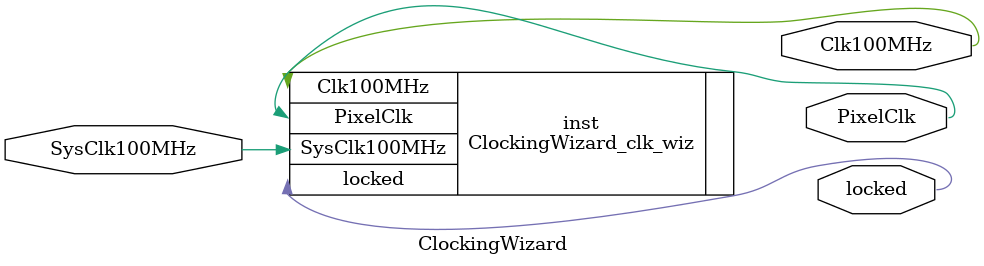
<source format=v>


`timescale 1ps/1ps

(* CORE_GENERATION_INFO = "ClockingWizard,clk_wiz_v6_0_8_0_0,{component_name=ClockingWizard,use_phase_alignment=true,use_min_o_jitter=false,use_max_i_jitter=false,use_dyn_phase_shift=false,use_inclk_switchover=false,use_dyn_reconfig=false,enable_axi=0,feedback_source=FDBK_AUTO,PRIMITIVE=MMCM,num_out_clk=2,clkin1_period=10.000,clkin2_period=10.000,use_power_down=false,use_reset=false,use_locked=true,use_inclk_stopped=false,feedback_type=SINGLE,CLOCK_MGR_TYPE=NA,manual_override=false}" *)

module ClockingWizard 
 (
  // Clock out ports
  output        PixelClk,
  output        Clk100MHz,
  // Status and control signals
  output        locked,
 // Clock in ports
  input         SysClk100MHz
 );

  ClockingWizard_clk_wiz inst
  (
  // Clock out ports  
  .PixelClk(PixelClk),
  .Clk100MHz(Clk100MHz),
  // Status and control signals               
  .locked(locked),
 // Clock in ports
  .SysClk100MHz(SysClk100MHz)
  );

endmodule

</source>
